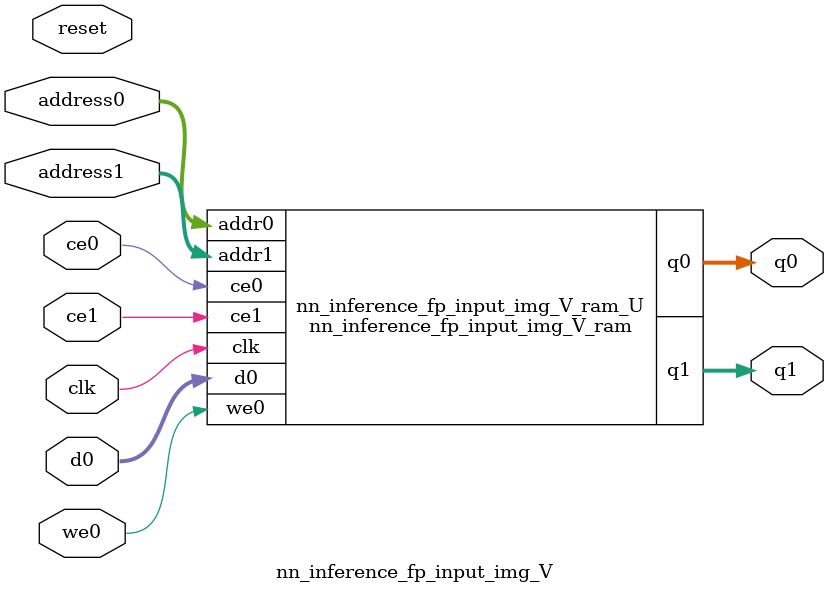
<source format=v>
`timescale 1 ns / 1 ps
module nn_inference_fp_input_img_V_ram (addr0, ce0, d0, we0, q0, addr1, ce1, q1,  clk);

parameter DWIDTH = 32;
parameter AWIDTH = 7;
parameter MEM_SIZE = 100;

input[AWIDTH-1:0] addr0;
input ce0;
input[DWIDTH-1:0] d0;
input we0;
output reg[DWIDTH-1:0] q0;
input[AWIDTH-1:0] addr1;
input ce1;
output reg[DWIDTH-1:0] q1;
input clk;

reg [DWIDTH-1:0] ram[0:MEM_SIZE-1];




always @(posedge clk)  
begin 
    if (ce0) begin
        if (we0) 
            ram[addr0] <= d0; 
        q0 <= ram[addr0];
    end
end


always @(posedge clk)  
begin 
    if (ce1) begin
        q1 <= ram[addr1];
    end
end


endmodule

`timescale 1 ns / 1 ps
module nn_inference_fp_input_img_V(
    reset,
    clk,
    address0,
    ce0,
    we0,
    d0,
    q0,
    address1,
    ce1,
    q1);

parameter DataWidth = 32'd32;
parameter AddressRange = 32'd100;
parameter AddressWidth = 32'd7;
input reset;
input clk;
input[AddressWidth - 1:0] address0;
input ce0;
input we0;
input[DataWidth - 1:0] d0;
output[DataWidth - 1:0] q0;
input[AddressWidth - 1:0] address1;
input ce1;
output[DataWidth - 1:0] q1;



nn_inference_fp_input_img_V_ram nn_inference_fp_input_img_V_ram_U(
    .clk( clk ),
    .addr0( address0 ),
    .ce0( ce0 ),
    .we0( we0 ),
    .d0( d0 ),
    .q0( q0 ),
    .addr1( address1 ),
    .ce1( ce1 ),
    .q1( q1 ));

endmodule


</source>
